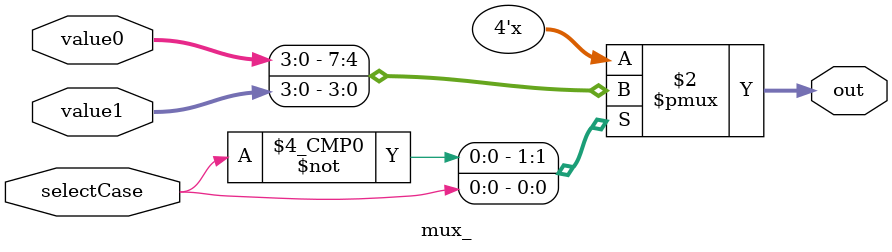
<source format=sv>
module mux_# (parameter size=4)(input logic  selectCase, 
											input [size-1:0] 
											value0 ,
											value1 ,
											output logic [size-1:0] out);
always_comb 
	begin
		case(selectCase)
			1'b0 :out = value0;
			1'b1 :out = value1;
			default :out = value0;
		endcase 
	end

endmodule 
</source>
